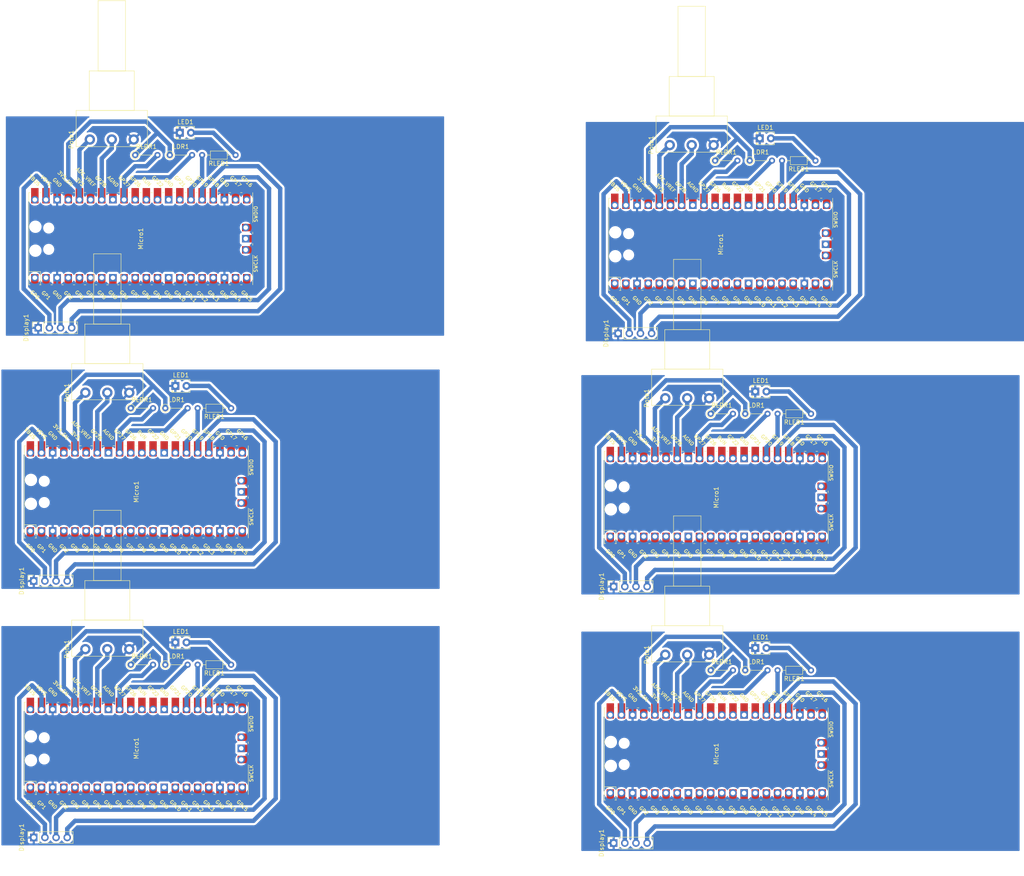
<source format=kicad_pcb>
(kicad_pcb (version 20221018) (generator pcbnew)
  (layers (0 "F.Cu" signal) (31 "B.Cu" signal) (34 "B.Paste" user) (35 "F.Paste" user) (36 "B.SilkS" user "B.Silkscreen") (37 "F.SilkS" user "F.Silkscreen") (38 "B.Mask" user) (39 "F.Mask" user) (44 "Edge.Cuts" user))
  (net 0 "")
  (net 1 "GND")
  (net 2 "+3.3V")
  (net 3 "/SDA")
  (net 4 "/SCL")
  (net 5 "/LDR")
  (net 6 "Net-(LED1-A)")
  (net 25 "/RLED")
  (net 34 "/GP28")
  (net 37 "/VSYS")
  (footprint "Connector_PinSocket_2.54mm:PinSocket_1x04_P2.54mm_Vertical" (layer "F.Cu") (at 25.156 127.483 90)
    (fp_text reference "Display1")
    (fp_text value "Conectores Hembra")
  )
  (footprint "Resistor_THT:R_Axial_DIN0204_L3.6mm_D1.6mm_P5.08mm_Vertical" (layer "F.Cu") (at 179.324 89.408)
    (fp_text reference "RLDR1")
    (fp_text value "10k")
  )
  (footprint "Resistor_THT:R_Axial_DIN0204_L3.6mm_D1.6mm_P5.08mm_Vertical" (layer "F.Cu") (at 56.134 30.48)
    (fp_text reference "LDR1")
    (fp_text value "R_Photo")
  )
  (footprint "Resistor_THT:R_Axial_DIN0204_L3.6mm_D1.6mm_P5.08mm_Vertical" (layer "F.Cu") (at 47.244 88.138)
    (fp_text reference "RLDR1")
    (fp_text value "10k")
  )
  (footprint "Potentiometer_THT:Potentiometer_Piher_PC-16_Single_Horizontal" (layer "F.Cu") (at 178.99 85.866 90)
    (fp_text reference "Pote1")
    (fp_text value "10k")
  )
  (footprint "Resistor_THT:R_Axial_DIN0204_L3.6mm_D1.6mm_P7.62mm_Horizontal" (layer "F.Cu") (at 71.12 30.48 180)
    (fp_text reference "RLED1")
    (fp_text value "220")
  )
  (footprint "Potentiometer_THT:Potentiometer_Piher_PC-16_Single_Horizontal" (layer "F.Cu") (at 46.91 143.016 90)
    (fp_text reference "Pote1")
    (fp_text value "10k")
  )
  (footprint "Resistor_THT:R_Axial_DIN0204_L3.6mm_D1.6mm_P5.08mm_Vertical" (layer "F.Cu") (at 188.214 31.75)
    (fp_text reference "LDR1")
    (fp_text value "R_Photo")
  )
  (footprint "LED_THT:LED_D2.0mm_W4.0mm_H2.8mm_FlatTop" (layer "F.Cu") (at 189.484 142.748)
    (fp_text reference "LED1")
    (fp_text value "Verde")
  )
  (footprint "Resistor_THT:R_Axial_DIN0204_L3.6mm_D1.6mm_P5.08mm_Vertical" (layer "F.Cu") (at 55.118 146.558)
    (fp_text reference "LDR1")
    (fp_text value "R_Photo")
  )
  (footprint "Potentiometer_THT:Potentiometer_Piher_PC-16_Single_Horizontal" (layer "F.Cu") (at 46.91 84.596 90)
    (fp_text reference "Pote1")
    (fp_text value "10k")
  )
  (footprint "RPi_PIco:RPi_Pico_SMD_TH" (layer "F.Cu") (at 181.61 50.8 90)
    (fp_text reference "Micro1")
    (fp_text value "Pico")
  )
  (footprint "RPi_PIco:RPi_Pico_SMD_TH" (layer "F.Cu") (at 48.514 107.188 90)
    (fp_text reference "Micro1")
    (fp_text value "Pico")
  )
  (footprint "RPi_PIco:RPi_Pico_SMD_TH" (layer "F.Cu") (at 180.594 166.878 90)
    (fp_text reference "Micro1")
    (fp_text value "Pico")
  )
  (footprint "Resistor_THT:R_Axial_DIN0204_L3.6mm_D1.6mm_P7.62mm_Horizontal" (layer "F.Cu") (at 202.184 89.408 180)
    (fp_text reference "RLED1")
    (fp_text value "220")
  )
  (footprint "LED_THT:LED_D2.0mm_W4.0mm_H2.8mm_FlatTop" (layer "F.Cu") (at 57.404 83.058)
    (fp_text reference "LED1")
    (fp_text value "Verde")
  )
  (footprint "Connector_PinSocket_2.54mm:PinSocket_1x04_P2.54mm_Vertical" (layer "F.Cu") (at 26.172 69.825 90)
    (fp_text reference "Display1")
    (fp_text value "Conectores Hembra")
  )
  (footprint "LED_THT:LED_D2.0mm_W4.0mm_H2.8mm_FlatTop" (layer "F.Cu") (at 189.484 84.328)
    (fp_text reference "LED1")
    (fp_text value "Verde")
  )
  (footprint "Resistor_THT:R_Axial_DIN0204_L3.6mm_D1.6mm_P7.62mm_Horizontal" (layer "F.Cu") (at 203.2 31.75 180)
    (fp_text reference "RLED1")
    (fp_text value "220")
  )
  (footprint "RPi_PIco:RPi_Pico_SMD_TH" (layer "F.Cu") (at 48.514 165.608 90)
    (fp_text reference "Micro1")
    (fp_text value "Pico")
  )
  (footprint "Connector_PinSocket_2.54mm:PinSocket_1x04_P2.54mm_Vertical" (layer "F.Cu") (at 157.236 187.173 90)
    (fp_text reference "Display1")
    (fp_text value "Conectores Hembra")
  )
  (footprint "Resistor_THT:R_Axial_DIN0204_L3.6mm_D1.6mm_P5.08mm_Vertical" (layer "F.Cu") (at 55.118 88.138)
    (fp_text reference "LDR1")
    (fp_text value "R_Photo")
  )
  (footprint "Resistor_THT:R_Axial_DIN0204_L3.6mm_D1.6mm_P5.08mm_Vertical" (layer "F.Cu") (at 47.244 146.558)
    (fp_text reference "RLDR1")
    (fp_text value "10k")
  )
  (footprint "Resistor_THT:R_Axial_DIN0204_L3.6mm_D1.6mm_P5.08mm_Vertical" (layer "F.Cu") (at 180.34 31.75)
    (fp_text reference "RLDR1")
    (fp_text value "10k")
  )
  (footprint "Connector_PinSocket_2.54mm:PinSocket_1x04_P2.54mm_Vertical" (layer "F.Cu") (at 157.236 128.753 90)
    (fp_text reference "Display1")
    (fp_text value "Conectores Hembra")
  )
  (footprint "RPi_PIco:RPi_Pico_SMD_TH" (layer "F.Cu") (at 180.594 108.458 90)
    (fp_text reference "Micro1")
    (fp_text value "Pico")
  )
  (footprint "Resistor_THT:R_Axial_DIN0204_L3.6mm_D1.6mm_P5.08mm_Vertical" (layer "F.Cu") (at 187.198 89.408)
    (fp_text reference "LDR1")
    (fp_text value "R_Photo")
  )
  (footprint "Resistor_THT:R_Axial_DIN0204_L3.6mm_D1.6mm_P7.62mm_Horizontal" (layer "F.Cu") (at 70.104 146.558 180)
    (fp_text reference "RLED1")
    (fp_text value "220")
  )
  (footprint "LED_THT:LED_D2.0mm_W4.0mm_H2.8mm_FlatTop" (layer "F.Cu") (at 58.42 25.4)
    (fp_text reference "LED1")
    (fp_text value "Verde")
  )
  (footprint "LED_THT:LED_D2.0mm_W4.0mm_H2.8mm_FlatTop" (layer "F.Cu") (at 57.404 141.478)
    (fp_text reference "LED1")
    (fp_text value "Verde")
  )
  (footprint "RPi_PIco:RPi_Pico_SMD_TH" (layer "F.Cu") (at 49.53 49.53 90)
    (fp_text reference "Micro1")
    (fp_text value "Pico")
  )
  (footprint "LED_THT:LED_D2.0mm_W4.0mm_H2.8mm_FlatTop" (layer "F.Cu") (at 190.5 26.67)
    (fp_text reference "LED1")
    (fp_text value "Verde")
  )
  (footprint "Resistor_THT:R_Axial_DIN0204_L3.6mm_D1.6mm_P5.08mm_Vertical" (layer "F.Cu") (at 179.324 147.828)
    (fp_text reference "RLDR1")
    (fp_text value "10k")
  )
  (footprint "Potentiometer_THT:Potentiometer_Piher_PC-16_Single_Horizontal" (layer "F.Cu") (at 178.99 144.286 90)
    (fp_text reference "Pote1")
    (fp_text value "10k")
  )
  (footprint "Potentiometer_THT:Potentiometer_Piher_PC-16_Single_Horizontal" (layer "F.Cu") (at 180.006 28.208 90)
    (fp_text reference "Pote1")
    (fp_text value "10k")
  )
  (footprint "Connector_PinSocket_2.54mm:PinSocket_1x04_P2.54mm_Vertical" (layer "F.Cu") (at 25.156 185.903 90)
    (fp_text reference "Display1")
    (fp_text value "Conectores Hembra")
  )
  (footprint "Resistor_THT:R_Axial_DIN0204_L3.6mm_D1.6mm_P5.08mm_Vertical" (layer "F.Cu") (at 187.198 147.828)
    (fp_text reference "LDR1")
    (fp_text value "R_Photo")
  )
  (footprint "Resistor_THT:R_Axial_DIN0204_L3.6mm_D1.6mm_P5.08mm_Vertical" (layer "F.Cu") (at 48.26 30.48)
    (fp_text reference "RLDR1")
    (fp_text value "10k")
  )
  (footprint "Potentiometer_THT:Potentiometer_Piher_PC-16_Single_Horizontal" (layer "F.Cu") (at 47.926 26.938 90)
    (fp_text reference "Pote1")
    (fp_text value "10k")
  )
  (footprint "Resistor_THT:R_Axial_DIN0204_L3.6mm_D1.6mm_P7.62mm_Horizontal" (layer "F.Cu") (at 202.184 147.828 180)
    (fp_text reference "RLED1")
    (fp_text value "220")
  )
  (footprint "Connector_PinSocket_2.54mm:PinSocket_1x04_P2.54mm_Vertical" (layer "F.Cu") (at 158.252 71.095 90)
    (fp_text reference "Display1")
    (fp_text value "Conectores Hembra")
  )
  (footprint "Resistor_THT:R_Axial_DIN0204_L3.6mm_D1.6mm_P7.62mm_Horizontal" (layer "F.Cu") (at 70.104 88.138 180)
    (fp_text reference "RLED1")
    (fp_text value "220")
  )
  (segment (start 185.42 26.67) (end 182.88 24.13) (width 1) (layer "B.Cu") (net 2))
  (segment (start 166.624 97.028) (end 166.624 99.568) (width 1) (layer "B.Cu") (net 2))
  (segment (start 32.004 151.638) (end 34.544 154.178) (width 1) (layer "B.Cu") (net 2))
  (segment (start 166.624 99.568) (end 166.624 88.232) (width 1) (layer "B.Cu") (net 2))
  (segment (start 179.324 89.408) (end 184.404 84.328) (width 1) (layer "B.Cu") (net 2))
  (segment (start 164.084 94.488) (end 166.624 97.028) (width 1) (layer "B.Cu") (net 2))
  (segment (start 35.56 38.1) (end 35.56 40.64) (width 1) (layer "B.Cu") (net 2))
  (segment (start 166.624 146.652) (end 168.99 144.286) (width 1) (layer "B.Cu") (net 2))
  (segment (start 180.34 31.75) (end 185.42 26.67) (width 1) (layer "B.Cu") (net 2))
  (segment (start 47.244 88.138) (end 52.324 83.058) (width 1) (layer "B.Cu") (net 2))
  (segment (start 34.544 98.298) (end 34.544 86.962) (width 1) (layer "B.Cu") (net 2))
  (segment (start 164.084 152.908) (end 166.624 155.448) (width 1) (layer "B.Cu") (net 2))
  (segment (start 170.18 24.13) (end 165.1 29.21) (width 1) (layer "B.Cu") (net 2))
  (segment (start 181.864 81.788) (end 169.164 81.788) (width 1) (layer "B.Cu") (net 2))
  (segment (start 181.864 140.208) (end 169.164 140.208) (width 1) (layer "B.Cu") (net 2))
  (segment (start 34.544 86.962) (end 36.91 84.596) (width 1) (layer "B.Cu") (net 2))
  (segment (start 37.084 80.518) (end 32.004 85.598) (width 1) (layer "B.Cu") (net 2))
  (segment (start 165.1 29.21) (end 165.1 36.83) (width 1) (layer "B.Cu") (net 2))
  (segment (start 164.084 86.868) (end 164.084 94.488) (width 1) (layer "B.Cu") (net 2))
  (segment (start 166.624 88.232) (end 168.99 85.866) (width 1) (layer "B.Cu") (net 2))
  (segment (start 165.1 36.83) (end 167.64 39.37) (width 1) (layer "B.Cu") (net 2))
  (segment (start 34.544 154.178) (end 34.544 156.718) (width 1) (layer "B.Cu") (net 2))
  (segment (start 187.198 87.122) (end 184.404 84.328) (width 1) (layer "B.Cu") (net 2))
  (segment (start 167.64 39.37) (end 167.64 41.91) (width 1) (layer "B.Cu") (net 2))
  (segment (start 35.56 29.304) (end 37.926 26.938) (width 1) (layer "B.Cu") (net 2))
  (segment (start 49.784 138.938) (end 37.084 138.938) (width 1) (layer "B.Cu") (net 2))
  (segment (start 52.324 141.478) (end 49.784 138.938) (width 1) (layer "B.Cu") (net 2))
  (segment (start 184.404 142.748) (end 181.864 140.208) (width 1) (layer "B.Cu") (net 2))
  (segment (start 179.324 147.828) (end 184.404 142.748) (width 1) (layer "B.Cu") (net 2))
  (segment (start 188.214 29.464) (end 185.42 26.67) (width 1) (layer "B.Cu") (net 2))
  (segment (start 167.64 41.91) (end 167.64 30.574) (width 1) (layer "B.Cu") (net 2))
  (segment (start 34.544 95.758) (end 34.544 98.298) (width 1) (layer "B.Cu") (net 2))
  (segment (start 55.118 85.852) (end 52.324 83.058) (width 1) (layer "B.Cu") (net 2))
  (segment (start 56.134 28.194) (end 53.34 25.4) (width 1) (layer "B.Cu") (net 2))
  (segment (start 47.244 146.558) (end 52.324 141.478) (width 1) (layer "B.Cu") (net 2))
  (segment (start 56.134 30.48) (end 56.134 28.194) (width 1) (layer "B.Cu") (net 2))
  (segment (start 187.198 89.408) (end 187.198 87.122) (width 1) (layer "B.Cu") (net 2))
  (segment (start 169.164 140.208) (end 164.084 145.288) (width 1) (layer "B.Cu") (net 2))
  (segment (start 33.02 35.56) (end 35.56 38.1) (width 1) (layer "B.Cu") (net 2))
  (segment (start 35.56 40.64) (end 35.56 29.304) (width 1) (layer "B.Cu") (net 2))
  (segment (start 188.214 31.75) (end 188.214 29.464) (width 1) (layer "B.Cu") (net 2))
  (segment (start 53.34 25.4) (end 50.8 22.86) (width 1) (layer "B.Cu") (net 2))
  (segment (start 187.198 147.828) (end 187.198 145.542) (width 1) (layer "B.Cu") (net 2))
  (segment (start 167.64 30.574) (end 170.006 28.208) (width 1) (layer "B.Cu") (net 2))
  (segment (start 50.8 22.86) (end 38.1 22.86) (width 1) (layer "B.Cu") (net 2))
  (segment (start 34.544 156.718) (end 34.544 145.382) (width 1) (layer "B.Cu") (net 2))
  (segment (start 55.118 146.558) (end 55.118 144.272) (width 1) (layer "B.Cu") (net 2))
  (segment (start 187.198 145.542) (end 184.404 142.748) (width 1) (layer "B.Cu") (net 2))
  (segment (start 169.164 81.788) (end 164.084 86.868) (width 1) (layer "B.Cu") (net 2))
  (segment (start 32.004 85.598) (end 32.004 93.218) (width 1) (layer "B.Cu") (net 2))
  (segment (start 37.084 138.938) (end 32.004 144.018) (width 1) (layer "B.Cu") (net 2))
  (segment (start 166.624 155.448) (end 166.624 157.988) (width 1) (layer "B.Cu") (net 2))
  (segment (start 32.004 93.218) (end 34.544 95.758) (width 1) (layer "B.Cu") (net 2))
  (segment (start 166.624 157.988) (end 166.624 146.652) (width 1) (layer "B.Cu") (net 2))
  (segment (start 49.784 80.518) (end 37.084 80.518) (width 1) (layer "B.Cu") (net 2))
  (segment (start 33.02 27.94) (end 33.02 35.56) (width 1) (layer "B.Cu") (net 2))
  (segment (start 34.544 145.382) (end 36.91 143.016) (width 1) (layer "B.Cu") (net 2))
  (segment (start 38.1 22.86) (end 33.02 27.94) (width 1) (layer "B.Cu") (net 2))
  (segment (start 48.26 30.48) (end 53.34 25.4) (width 1) (layer "B.Cu") (net 2))
  (segment (start 164.084 145.288) (end 164.084 152.908) (width 1) (layer "B.Cu") (net 2))
  (segment (start 55.118 144.272) (end 52.324 141.478) (width 1) (layer "B.Cu") (net 2))
  (segment (start 182.88 24.13) (end 170.18 24.13) (width 1) (layer "B.Cu") (net 2))
  (segment (start 55.118 88.138) (end 55.118 85.852) (width 1) (layer "B.Cu") (net 2))
  (segment (start 52.324 83.058) (end 49.784 80.518) (width 1) (layer "B.Cu") (net 2))
  (segment (start 184.404 84.328) (end 181.864 81.788) (width 1) (layer "B.Cu") (net 2))
  (segment (start 32.004 144.018) (end 32.004 151.638) (width 1) (layer "B.Cu") (net 2))
  (segment (start 197.104 97.028) (end 197.104 99.568) (width 1) (layer "B.Cu") (net 3))
  (segment (start 199.644 152.908) (end 197.104 155.448) (width 1) (layer "B.Cu") (net 3))
  (segment (start 75.184 179.578) (end 77.724 177.038) (width 1) (layer "B.Cu") (net 3))
  (segment (start 32.004 179.578) (end 75.184 179.578) (width 1) (layer "B.Cu") (net 3))
  (segment (start 67.564 151.638) (end 65.024 154.178) (width 1) (layer "B.Cu") (net 3))
  (segment (start 30.236 122.926) (end 32.004 121.158) (width 1) (layer "B.Cu") (net 3))
  (segment (start 78.74 38.1) (end 76.2 35.56) (width 1) (layer "B.Cu") (net 3))
  (segment (start 198.12 39.37) (end 198.12 41.91) (width 1) (layer "B.Cu") (net 3))
  (segment (start 78.74 60.96) (end 78.74 38.1) (width 1) (layer "B.Cu") (net 3))
  (segment (start 31.252 69.825) (end 31.252 65.268) (width 1) (layer "B.Cu") (net 3))
  (segment (start 31.252 65.268) (end 33.02 63.5) (width 1) (layer "B.Cu") (net 3))
  (segment (start 197.104 155.448) (end 197.104 157.988) (width 1) (layer "B.Cu") (net 3))
  (segment (start 162.316 124.196) (end 164.084 122.428) (width 1) (layer "B.Cu") (net 3))
  (segment (start 33.02 63.5) (end 76.2 63.5) (width 1) (layer "B.Cu") (net 3))
  (segment (start 30.236 127.483) (end 30.236 122.926) (width 1) (layer "B.Cu") (net 3))
  (segment (start 68.58 35.56) (end 66.04 38.1) (width 1) (layer "B.Cu") (net 3))
  (segment (start 75.184 151.638) (end 67.564 151.638) (width 1) (layer "B.Cu") (net 3))
  (segment (start 65.024 154.178) (end 65.024 156.718) (width 1) (layer "B.Cu") (net 3))
  (segment (start 207.264 180.848) (end 209.804 178.308) (width 1) (layer "B.Cu") (net 3))
  (segment (start 76.2 63.5) (end 78.74 60.96) (width 1) (layer "B.Cu") (net 3))
  (segment (start 162.316 128.753) (end 162.316 124.196) (width 1) (layer "B.Cu") (net 3))
  (segment (start 77.724 118.618) (end 77.724 95.758) (width 1) (layer "B.Cu") (net 3))
  (segment (start 30.236 181.346) (end 32.004 179.578) (width 1) (layer "B.Cu") (net 3))
  (segment (start 207.264 94.488) (end 199.644 94.488) (width 1) (layer "B.Cu") (net 3))
  (segment (start 32.004 121.158) (end 75.184 121.158) (width 1) (layer "B.Cu") (net 3))
  (segment (start 208.28 36.83) (end 200.66 36.83) (width 1) (layer "B.Cu") (net 3))
  (segment (start 163.332 66.538) (end 165.1 64.77) (width 1) (layer "B.Cu") (net 3))
  (segment (start 75.184 121.158) (end 77.724 118.618) (width 1) (layer "B.Cu") (net 3))
  (segment (start 164.084 180.848) (end 207.264 180.848) (width 1) (layer "B.Cu") (net 3))
  (segment (start 209.804 178.308) (end 209.804 155.448) (width 1) (layer "B.Cu") (net 3))
  (segment (start 199.644 94.488) (end 197.104 97.028) (width 1) (layer "B.Cu") (net 3))
  (segment (start 208.28 64.77) (end 210.82 62.23) (width 1) (layer "B.Cu") (net 3))
  (segment (start 200.66 36.83) (end 198.12 39.37) (width 1) (layer "B.Cu") (net 3))
  (segment (start 65.024 95.758) (end 65.024 98.298) (width 1) (layer "B.Cu") (net 3))
  (segment (start 77.724 95.758) (end 75.184 93.218) (width 1) (layer "B.Cu") (net 3))
  (segment (start 77.724 177.038) (end 77.724 154.178) (width 1) (layer "B.Cu") (net 3))
  (segment (start 209.804 97.028) (end 207.264 94.488) (width 1) (layer "B.Cu") (net 3))
  (segment (start 209.804 155.448) (end 207.264 152.908) (width 1) (layer "B.Cu") (net 3))
  (segment (start 75.184 93.218) (end 67.564 93.218) (width 1) (layer "B.Cu") (net 3))
  (segment (start 76.2 35.56) (end 68.58 35.56) (width 1) (layer "B.Cu") (net 3))
  (segment (start 66.04 38.1) (end 66.04 40.64) (width 1) (layer "B.Cu") (net 3))
  (segment (start 67.564 93.218) (end 65.024 95.758) (width 1) (layer "B.Cu") (net 3))
  (segment (start 165.1 64.77) (end 208.28 64.77) (width 1) (layer "B.Cu") (net 3))
  (segment (start 207.264 122.428) (end 209.804 119.888) (width 1) (layer "B.Cu") (net 3))
  (segment (start 30.236 185.903) (end 30.236 181.346) (width 1) (layer "B.Cu") (net 3))
  (segment (start 162.316 182.616) (end 164.084 180.848) (width 1) (layer "B.Cu") (net 3))
  (segment (start 77.724 154.178) (end 75.184 151.638) (width 1) (layer "B.Cu") (net 3))
  (segment (start 210.82 39.37) (end 208.28 36.83) (width 1) (layer "B.Cu") (net 3))
  (segment (start 162.316 187.173) (end 162.316 182.616) (width 1) (layer "B.Cu") (net 3))
  (segment (start 210.82 62.23) (end 210.82 39.37) (width 1) (layer "B.Cu") (net 3))
  (segment (start 209.804 119.888) (end 209.804 97.028) (width 1) (layer "B.Cu") (net 3))
  (segment (start 164.084 122.428) (end 207.264 122.428) (width 1) (layer "B.Cu") (net 3))
  (segment (start 163.332 71.095) (end 163.332 66.538) (width 1) (layer "B.Cu") (net 3))
  (segment (start 207.264 152.908) (end 199.644 152.908) (width 1) (layer "B.Cu") (net 3))
  (segment (start 35.56 66.04) (end 76.2 66.04) (width 1) (layer "B.Cu") (net 4))
  (segment (start 212.344 119.888) (end 212.344 97.028) (width 1) (layer "B.Cu") (net 4))
  (segment (start 81.28 60.96) (end 81.28 38.1) (width 1) (layer "B.Cu") (net 4))
  (segment (start 207.264 183.388) (end 212.344 178.308) (width 1) (layer "B.Cu") (net 4))
  (segment (start 200.66 34.29) (end 195.58 39.37) (width 1) (layer "B.Cu") (net 4))
  (segment (start 207.264 150.368) (end 199.644 150.368) (width 1) (layer "B.Cu") (net 4))
  (segment (start 165.872 71.095) (end 165.872 69.078) (width 1) (layer "B.Cu") (net 4))
  (segment (start 67.564 149.098) (end 62.484 154.178) (width 1) (layer "B.Cu") (net 4))
  (segment (start 212.344 178.308) (end 212.344 155.448) (width 1) (layer "B.Cu") (net 4))
  (segment (start 199.644 91.948) (end 194.564 97.028) (width 1) (layer "B.Cu") (net 4))
  (segment (start 32.776 125.466) (end 34.544 123.698) (width 1) (layer "B.Cu") (net 4))
  (segment (start 213.36 62.23) (end 213.36 39.37) (width 1) (layer "B.Cu") (net 4))
  (segment (start 32.776 185.903) (end 32.776 183.886) (width 1) (layer "B.Cu") (net 4))
  (segment (start 194.564 97.028) (end 194.564 99.568) (width 1) (layer "B.Cu") (net 4))
  (segment (start 75.184 123.698) (end 80.264 118.618) (width 1) (layer "B.Cu") (net 4))
  (segment (start 32.776 127.483) (end 32.776 125.466) (width 1) (layer "B.Cu") (net 4))
  (segment (start 164.856 185.156) (end 166.624 183.388) (width 1) (layer "B.Cu") (net 4))
  (segment (start 63.5 38.1) (end 63.5 40.64) (width 1) (layer "B.Cu") (net 4))
  (segment (start 33.792 67.808) (end 35.56 66.04) (width 1) (layer "B.Cu") (net 4))
  (segment (start 62.484 95.758) (end 62.484 98.298) (width 1) (layer "B.Cu") (net 4))
  (segment (start 199.644 150.368) (end 194.564 155.448) (width 1) (layer "B.Cu") (net 4))
  (segment (start 167.64 67.31) (end 208.28 67.31) (width 1) (layer "B.Cu") (net 4))
  (segment (start 75.184 149.098) (end 67.564 149.098) (width 1) (layer "B.Cu") (net 4))
  (segment (start 68.58 33.02) (end 63.5 38.1) (width 1) (layer "B.Cu") (net 4))
  (segment (start 165.872 69.078) (end 167.64 67.31) (width 1) (layer "B.Cu") (net 4))
  (segment (start 33.792 69.825) (end 33.792 67.808) (width 1) (layer "B.Cu") (net 4))
  (segment (start 208.28 34.29) (end 200.66 34.29) (width 1) (layer "B.Cu") (net 4))
  (segment (start 166.624 124.968) (end 207.264 124.968) (width 1) (layer "B.Cu") (net 4))
  (segment (start 164.856 126.736) (end 166.624 124.968) (width 1) (layer "B.Cu") (net 4))
  (segment (start 34.544 123.698) (end 75.184 123.698) (width 1) (layer "B.Cu") (net 4))
  (segment (start 212.344 155.448) (end 207.264 150.368) (width 1) (layer "B.Cu") (net 4))
  (segment (start 81.28 38.1) (end 76.2 33.02) (width 1) (layer "B.Cu") (net 4))
  (segment (start 76.2 33.02) (end 68.58 33.02) (width 1) (layer "B.Cu") (net 4))
  (segment (start 32.776 183.886) (end 34.544 182.118) (width 1) (layer "B.Cu") (net 4))
  (segment (start 34.544 182.118) (end 75.184 182.118) (width 1) (layer "B.Cu") (net 4))
  (segment (start 80.264 154.178) (end 75.184 149.098) (width 1) (layer "B.Cu") (net 4))
  (segment (start 207.264 124.968) (end 212.344 119.888) (width 1) (layer "B.Cu") (net 4))
  (segment (start 212.344 97.028) (end 207.264 91.948) (width 1) (layer "B.Cu") (net 4))
  (segment (start 208.28 67.31) (end 213.36 62.23) (width 1) (layer "B.Cu") (net 4))
  (segment (start 207.264 91.948) (end 199.644 91.948) (width 1) (layer "B.Cu") (net 4))
  (segment (start 164.856 128.753) (end 164.856 126.736) (width 1) (layer "B.Cu") (net 4))
  (segment (start 195.58 39.37) (end 195.58 41.91) (width 1) (layer "B.Cu") (net 4))
  (segment (start 75.184 90.678) (end 67.564 90.678) (width 1) (layer "B.Cu") (net 4))
  (segment (start 80.264 95.758) (end 75.184 90.678) (width 1) (layer "B.Cu") (net 4))
  (segment (start 164.856 187.173) (end 164.856 185.156) (width 1) (layer "B.Cu") (net 4))
  (segment (start 194.564 155.448) (end 194.564 157.988) (width 1) (layer "B.Cu") (net 4))
  (segment (start 166.624 183.388) (end 207.264 183.388) (width 1) (layer "B.Cu") (net 4))
  (segment (start 213.36 39.37) (end 208.28 34.29) (width 1) (layer "B.Cu") (net 4))
  (segment (start 67.564 90.678) (end 62.484 95.758) (width 1) (layer "B.Cu") (net 4))
  (segment (start 76.2 66.04) (end 81.28 60.96) (width 1) (layer "B.Cu") (net 4))
  (segment (start 75.184 182.118) (end 80.264 177.038) (width 1) (layer "B.Cu") (net 4))
  (segment (start 80.264 177.038) (end 80.264 154.178) (width 1) (layer "B.Cu") (net 4))
  (segment (start 80.264 118.618) (end 80.264 95.758) (width 1) (layer "B.Cu") (net 4))
  (segment (start 62.484 154.178) (end 62.484 156.718) (width 1) (layer "B.Cu") (net 4))
  (segment (start 52.324 88.138) (end 49.784 90.678) (width 1) (layer "B.Cu") (net 5))
  (segment (start 44.704 95.758) (end 44.704 98.298) (width 1) (layer "B.Cu") (net 5))
  (segment (start 176.784 155.448) (end 176.784 157.988) (width 1) (layer "B.Cu") (net 5))
  (segment (start 45.72 38.1) (end 45.72 40.64) (width 1) (layer "B.Cu") (net 5))
  (segment (start 44.704 151.638) (end 44.704 156.718) (width 1) (layer "B.Cu") (net 5))
  (segment (start 184.404 147.828) (end 181.864 150.368) (width 1) (layer "B.Cu") (net 5))
  (segment (start 179.324 152.908) (end 176.784 155.448) (width 1) (layer "B.Cu") (net 5))
  (segment (start 50.8 33.02) (end 48.26 33.02) (width 1) (layer "B.Cu") (net 5))
  (segment (start 192.278 89.408) (end 187.198 94.488) (width 1) (layer "B.Cu") (net 5))
  (segment (start 179.324 94.488) (end 176.784 97.028) (width 1) (layer "B.Cu") (net 5))
  (segment (start 49.784 90.678) (end 47.244 90.678) (width 1) (layer "B.Cu") (net 5))
  (segment (start 182.88 34.29) (end 180.34 34.29) (width 1) (layer "B.Cu") (net 5))
  (segment (start 47.244 90.678) (end 44.704 93.218) (width 1) (layer "B.Cu") (net 5))
  (segment (start 53.34 30.48) (end 50.8 33.02) (width 1) (layer "B.Cu") (net 5))
  (segment (start 185.42 31.75) (end 182.88 34.29) (width 1) (layer "B.Cu") (net 5))
  (segment (start 52.324 146.558) (end 49.784 149.098) (width 1) (layer "B.Cu") (net 5))
  (segment (start 45.72 35.56) (end 45.72 40.64) (width 1) (layer "B.Cu") (net 5))
  (segment (start 177.8 36.83) (end 177.8 41.91) (width 1) (layer "B.Cu") (net 5))
  (segment (start 48.26 35.56) (end 45.72 38.1) (width 1) (layer "B.Cu") (net 5))
  (segment (start 47.244 151.638) (end 44.704 154.178) (width 1) (layer "B.Cu") (net 5))
  (segment (start 60.198 88.138) (end 55.118 93.218) (width 1) (layer "B.Cu") (net 5))
  (segment (start 192.278 147.828) (end 187.198 152.908) (width 1) (layer "B.Cu") (net 5))
  (segment (start 179.324 91.948) (end 176.784 94.488) (width 1) (layer "B.Cu") (net 5))
  (segment (start 49.784 149.098) (end 47.244 149.098) (width 1) (layer "B.Cu") (net 5))
  (segment (start 184.404 89.408) (end 181.864 91.948) (width 1) (layer "B.Cu") (net 5))
  (segment (start 47.244 93.218) (end 44.704 95.758) (width 1) (layer "B.Cu") (net 5))
  (segment (start 176.784 94.488) (end 176.784 99.568) (width 1) (layer "B.Cu") (net 5))
  (segment (start 44.704 93.218) (end 44.704 98.298) (width 1) (layer "B.Cu") (net 5))
  (segment (start 193.294 31.75) (end 188.214 36.83) (width 1) (layer "B.Cu") (net 5))
  (segment (start 179.324 150.368) (end 176.784 152.908) (width 1) (layer "B.Cu") (net 5))
  (segment (start 60.198 146.558) (end 55.118 151.638) (width 1) (layer "B.Cu") (net 5))
  (segment (start 188.214 36.83) (end 180.34 36.83) (width 1) (layer "B.Cu") (net 5))
  (segment (start 44.704 154.178) (end 44.704 156.718) (width 1) (layer "B.Cu") (net 5))
  (segment (start 47.244 149.098) (end 44.704 151.638) (width 1) (layer "B.Cu") (net 5))
  (segment (start 55.118 93.218) (end 47.244 93.218) (width 1) (layer "B.Cu") (net 5))
  (segment (start 181.864 91.948) (end 179.324 91.948) (width 1) (layer "B.Cu") (net 5))
  (segment (start 187.198 94.488) (end 179.324 94.488) (width 1) (layer "B.Cu") (net 5))
  (segment (start 55.118 151.638) (end 47.244 151.638) (width 1) (layer "B.Cu") (net 5))
  (segment (start 177.8 39.37) (end 177.8 41.91) (width 1) (layer "B.Cu") (net 5))
  (segment (start 180.34 34.29) (end 177.8 36.83) (width 1) (layer "B.Cu") (net 5))
  (segment (start 181.864 150.368) (end 179.324 150.368) (width 1) (layer "B.Cu") (net 5))
  (segment (start 176.784 152.908) (end 176.784 157.988) (width 1) (layer "B.Cu") (net 5))
  (segment (start 176.784 97.028) (end 176.784 99.568) (width 1) (layer "B.Cu") (net 5))
  (segment (start 48.26 33.02) (end 45.72 35.56) (width 1) (layer "B.Cu") (net 5))
  (segment (start 61.214 30.48) (end 56.134 35.56) (width 1) (layer "B.Cu") (net 5))
  (segment (start 56.134 35.56) (end 48.26 35.56) (width 1) (layer "B.Cu") (net 5))
  (segment (start 180.34 36.83) (end 177.8 39.37) (width 1) (layer "B.Cu") (net 5))
  (segment (start 187.198 152.908) (end 179.324 152.908) (width 1) (layer "B.Cu") (net 5))
  (segment (start 202.184 147.828) (end 197.104 142.748) (width 1) (layer "B.Cu") (net 6))
  (segment (start 202.184 89.408) (end 197.104 84.328) (width 1) (layer "B.Cu") (net 6))
  (segment (start 66.04 25.4) (end 60.96 25.4) (width 1) (layer "B.Cu") (net 6))
  (segment (start 203.2 31.75) (end 198.12 26.67) (width 1) (layer "B.Cu") (net 6))
  (segment (start 197.104 142.748) (end 192.024 142.748) (width 1) (layer "B.Cu") (net 6))
  (segment (start 70.104 146.558) (end 65.024 141.478) (width 1) (layer "B.Cu") (net 6))
  (segment (start 71.12 30.48) (end 66.04 25.4) (width 1) (layer "B.Cu") (net 6))
  (segment (start 197.104 84.328) (end 192.024 84.328) (width 1) (layer "B.Cu") (net 6))
  (segment (start 65.024 141.478) (end 59.944 141.478) (width 1) (layer "B.Cu") (net 6))
  (segment (start 198.12 26.67) (end 193.04 26.67) (width 1) (layer "B.Cu") (net 6))
  (segment (start 65.024 83.058) (end 59.944 83.058) (width 1) (layer "B.Cu") (net 6))
  (segment (start 70.104 88.138) (end 65.024 83.058) (width 1) (layer "B.Cu") (net 6))
  (segment (start 194.564 94.488) (end 194.564 89.408) (width 1) (layer "B.Cu") (net 25))
  (segment (start 192.024 157.988) (end 192.024 155.448) (width 1) (layer "B.Cu") (net 25))
  (segment (start 192.024 97.028) (end 194.564 94.488) (width 1) (layer "B.Cu") (net 25))
  (segment (start 59.944 95.758) (end 62.484 93.218) (width 1) (layer "B.Cu") (net 25))
  (segment (start 192.024 155.448) (end 194.564 152.908) (width 1) (layer "B.Cu") (net 25))
  (segment (start 59.944 154.178) (end 62.484 151.638) (width 1) (layer "B.Cu") (net 25))
  (segment (start 194.564 152.908) (end 194.564 147.828) (width 1) (layer "B.Cu") (net 25))
  (segment (start 60.96 40.64) (end 60.96 38.1) (width 1) (layer "B.Cu") (net 25))
  (segment (start 62.484 151.638) (end 62.484 146.558) (width 1) (layer "B.Cu") (net 25))
  (segment (start 193.04 41.91) (end 193.04 39.37) (width 1) (layer "B.Cu") (net 25))
  (segment (start 195.58 36.83) (end 195.58 31.75) (width 1) (layer "B.Cu") (net 25))
  (segment (start 59.944 156.718) (end 59.944 154.178) (width 1) (layer "B.Cu") (net 25))
  (segment (start 60.96 38.1) (end 63.5 35.56) (width 1) (layer "B.Cu") (net 25))
  (segment (start 63.5 35.56) (end 63.5 30.48) (width 1) (layer "B.Cu") (net 25))
  (segment (start 62.484 93.218) (end 62.484 88.138) (width 1) (layer "B.Cu") (net 25))
  (segment (start 192.024 99.568) (end 192.024 97.028) (width 1) (layer "B.Cu") (net 25))
  (segment (start 59.944 98.298) (end 59.944 95.758) (width 1) (layer "B.Cu") (net 25))
  (segment (start 193.04 39.37) (end 195.58 36.83) (width 1) (layer "B.Cu") (net 25))
  (segment (start 39.624 147.32) (end 39.624 150.876) (width 1) (layer "B.Cu") (net 34))
  (segment (start 41.91 145.034) (end 39.624 147.32) (width 1) (layer "B.Cu") (net 34))
  (segment (start 41.91 143.016) (end 41.91 145.034) (width 1) (layer "B.Cu") (net 34))
  (segment (start 40.64 31.242) (end 40.64 34.798) (width 1) (layer "B.Cu") (net 34))
  (segment (start 39.624 92.456) (end 39.624 98.298) (width 1) (layer "B.Cu") (net 34))
  (segment (start 171.704 152.146) (end 171.704 157.988) (width 1) (layer "B.Cu") (net 34))
  (segment (start 173.99 85.866) (end 173.99 87.884) (width 1) (layer "B.Cu") (net 34))
  (segment (start 41.91 84.596) (end 41.91 86.614) (width 1) (layer "B.Cu") (net 34))
  (segment (start 175.006 30.226) (end 172.72 32.512) (width 1) (layer "B.Cu") (net 34))
  (segment (start 173.99 144.286) (end 173.99 146.304) (width 1) (layer "B.Cu") (net 34))
  (segment (start 40.64 34.798) (end 40.64 40.64) (width 1) (layer "B.Cu") (net 34))
  (segment (start 39.624 150.876) (end 39.624 156.718) (width 1) (layer "B.Cu") (net 34))
  (segment (start 42.926 28.956) (end 40.64 31.242) (width 1) (layer "B.Cu") (net 34))
  (segment (start 172.72 32.512) (end 172.72 36.068) (width 1) (layer "B.Cu") (net 34))
  (segment (start 171.704 93.726) (end 171.704 99.568) (width 1) (layer "B.Cu") (net 34))
  (segment (start 171.704 90.17) (end 171.704 93.726) (width 1) (layer "B.Cu") (net 34))
  (segment (start 172.72 36.068) (end 172.72 41.91) (width 1) (layer "B.Cu") (net 34))
  (segment (start 175.006 28.208) (end 175.006 30.226) (width 1) (layer "B.Cu") (net 34))
  (segment (start 39.624 88.9) (end 39.624 92.456) (width 1) (layer "B.Cu") (net 34))
  (segment (start 173.99 87.884) (end 171.704 90.17) (width 1) (layer "B.Cu") (net 34))
  (segment (start 173.99 146.304) (end 171.704 148.59) (width 1) (layer "B.Cu") (net 34))
  (segment (start 171.704 148.59) (end 171.704 152.146) (width 1) (layer "B.Cu") (net 34))
  (segment (start 42.926 26.938) (end 42.926 28.956) (width 1) (layer "B.Cu") (net 34))
  (segment (start 41.91 86.614) (end 39.624 88.9) (width 1) (layer "B.Cu") (net 34))
  (segment (start 26.924 95.006323) (end 26.924 98.298) (width 1) (layer "B.Cu") (net 37))
  (segment (start 157.855839 36.454162) (end 160.02 38.618323) (width 1) (layer "B.Cu") (net 37))
  (segment (start 159.776 187.173) (end 159.776 184.16) (width 1) (layer "B.Cu") (net 37))
  (segment (start 160.792 68.082) (end 154.94 62.23) (width 1) (layer "B.Cu") (net 37))
  (segment (start 154.94 39.37) (end 157.855839 36.454162) (width 1) (layer "B.Cu") (net 37))
  (segment (start 27.94 37.348323) (end 27.94 40.64) (width 1) (layer "B.Cu") (net 37))
  (segment (start 28.712 69.825) (end 28.712 66.812) (width 1) (layer "B.Cu") (net 37))
  (segment (start 160.792 71.095) (end 160.792 68.082) (width 1) (layer "B.Cu") (net 37))
  (segment (start 27.696 185.903) (end 27.696 182.89) (width 1) (layer "B.Cu") (net 37))
  (segment (start 24.759839 151.262162) (end 26.924 153.426323) (width 1) (layer "B.Cu") (net 37))
  (segment (start 21.844 177.038) (end 21.844 154.178) (width 1) (layer "B.Cu") (net 37))
  (segment (start 153.924 178.308) (end 153.924 155.448) (width 1) (layer "B.Cu") (net 37))
  (segment (start 159.776 125.74) (end 153.924 119.888) (width 1) (layer "B.Cu") (net 37))
  (segment (start 21.844 118.618) (end 21.844 95.758) (width 1) (layer "B.Cu") (net 37))
  (segment (start 153.924 155.448) (end 156.839839 152.532162) (width 1) (layer "B.Cu") (net 37))
  (segment (start 153.924 119.888) (end 153.924 97.028) (width 1) (layer "B.Cu") (net 37))
  (segment (start 21.844 154.178) (end 24.759839 151.262162) (width 1) (layer "B.Cu") (net 37))
  (segment (start 153.924 97.028) (end 156.839839 94.112162) (width 1) (layer "B.Cu") (net 37))
  (segment (start 27.696 124.47) (end 21.844 118.618) (width 1) (layer "B.Cu") (net 37))
  (segment (start 154.94 62.23) (end 154.94 39.37) (width 1) (layer "B.Cu") (net 37))
  (segment (start 24.759839 92.842162) (end 26.924 95.006323) (width 1) (layer "B.Cu") (net 37))
  (segment (start 22.86 60.96) (end 22.86 38.1) (width 1) (layer "B.Cu") (net 37))
  (segment (start 27.696 182.89) (end 21.844 177.038) (width 1) (layer "B.Cu") (net 37))
  (segment (start 159.004 154.696323) (end 159.004 157.988) (width 1) (layer "B.Cu") (net 37))
  (segment (start 27.696 127.483) (end 27.696 124.47) (width 1) (layer "B.Cu") (net 37))
  (segment (start 159.004 96.276323) (end 159.004 99.568) (width 1) (layer "B.Cu") (net 37))
  (segment (start 160.02 38.618323) (end 160.02 41.91) (width 1) (layer "B.Cu") (net 37))
  (segment (start 156.839839 94.112162) (end 159.004 96.276323) (width 1) (layer "B.Cu") (net 37))
  (segment (start 28.712 66.812) (end 22.86 60.96) (width 1) (layer "B.Cu") (net 37))
  (segment (start 159.776 128.753) (end 159.776 125.74) (width 1) (layer "B.Cu") (net 37))
  (segment (start 26.924 153.426323) (end 26.924 156.718) (width 1) (layer "B.Cu") (net 37))
  (segment (start 159.776 184.16) (end 153.924 178.308) (width 1) (layer "B.Cu") (net 37))
  (segment (start 25.775839 35.184162) (end 27.94 37.348323) (width 1) (layer "B.Cu") (net 37))
  (segment (start 22.86 38.1) (end 25.775839 35.184162) (width 1) (layer "B.Cu") (net 37))
  (segment (start 21.844 95.758) (end 24.759839 92.842162) (width 1) (layer "B.Cu") (net 37))
  (segment (start 156.839839 152.532162) (end 159.004 154.696323) (width 1) (layer "B.Cu") (net 37))
  (zone (net 1) (net_name "GND") (layer "B.Cu") (connect_pads (clearance 0.508)) (min_thickness 0.254) (fill yes (thermal_gap 0.508) (thermal_bridge_width 0.508))
    (polygon (pts (xy 249.682 188.976) (xy 149.86 188.976) (xy 149.86 138.43) (xy 249.682 138.43)))
  )
  (zone (net 1) (net_name "GND") (layer "B.Cu") (connect_pads (clearance 0.508)) (min_thickness 0.254) (fill yes (thermal_gap 0.508) (thermal_bridge_width 0.508))
    (polygon (pts (xy 117.602 129.286) (xy 17.78 129.286) (xy 17.78 78.74) (xy 117.602 78.74)))
  )
  (zone (net 1) (net_name "GND") (layer "B.Cu") (connect_pads (clearance 0.508)) (min_thickness 0.254) (fill yes (thermal_gap 0.508) (thermal_bridge_width 0.508))
    (polygon (pts (xy 117.602 187.706) (xy 17.78 187.706) (xy 17.78 137.16) (xy 117.602 137.16)))
  )
  (zone (net 1) (net_name "GND") (layer "B.Cu") (connect_pads (clearance 0.508)) (min_thickness 0.254) (fill yes (thermal_gap 0.508) (thermal_bridge_width 0.508))
    (polygon (pts (xy 118.618 71.628) (xy 18.796 71.628) (xy 18.796 21.082) (xy 118.618 21.082)))
  )
  (zone (net 1) (net_name "GND") (layer "B.Cu") (connect_pads (clearance 0.508)) (min_thickness 0.254) (fill yes (thermal_gap 0.508) (thermal_bridge_width 0.508))
    (polygon (pts (xy 250.698 72.898) (xy 150.876 72.898) (xy 150.876 22.352) (xy 250.698 22.352)))
  )
  (zone (net 1) (net_name "GND") (layer "B.Cu") (connect_pads (clearance 0.508)) (min_thickness 0.254) (fill yes (thermal_gap 0.508) (thermal_bridge_width 0.508))
    (polygon (pts (xy 249.682 130.556) (xy 149.86 130.556) (xy 149.86 80.01) (xy 249.682 80.01)))
  )
)
</source>
